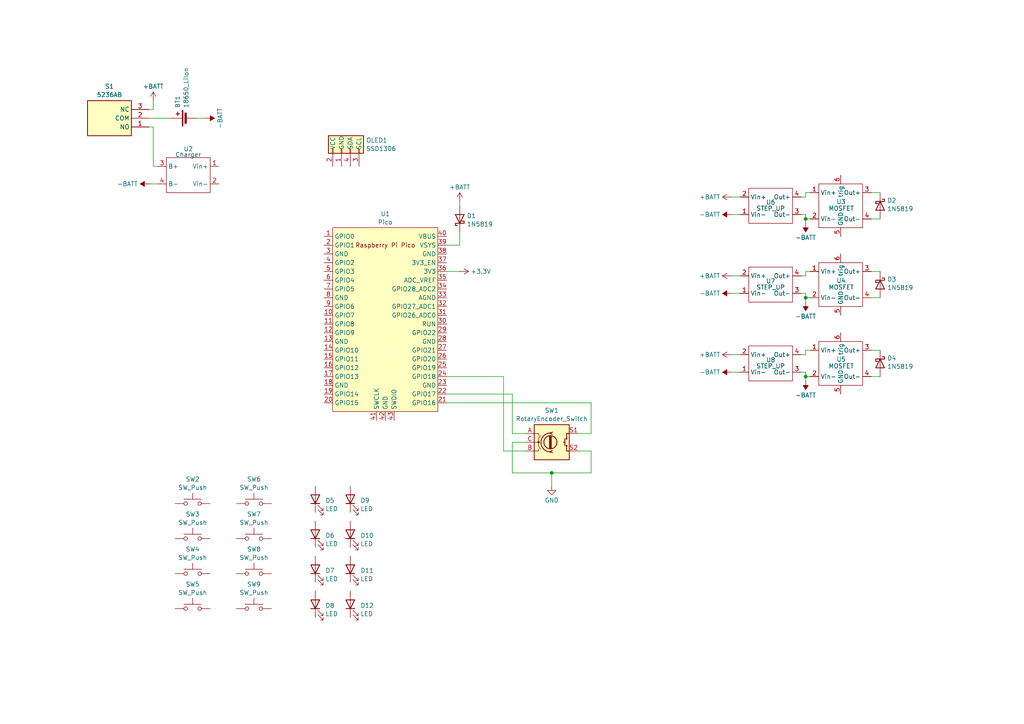
<source format=kicad_sch>
(kicad_sch (version 20231120) (generator "eeschema") (generator_version "8.0")
  (paper "A4")
  (title_block (title "LARS V2") (date "2024-04-01") (rev "1") (comment 1 "https://git.xythobuz.de/thomas/drumkit") (comment 2 "Licensed under the CERN-OHL-S-2.0+") (comment 4 "Copyright (c) 2024 Thomas Buck, Kauzerei"))
  (lib_symbols
    (symbol "5236ab:5236AB"
      (property "Reference" "S1" (at 11.43 -11.7645 0))
      (property "Value" "5236AB" (at 11.43 -9.3402 0))
      (symbol "5236AB_1_1"
        (rectangle (start 5.08 2.54) (end 17.78 -7.62) (stroke (width 0.254)) (fill (type background)))
        (pin passive line (at 0 0 0) (length 5.08) (name "NO") (number "1"))
        (pin passive line (at 0 -2.54 0) (length 5.08) (name "COM") (number "2"))
        (pin passive line (at 0 -5.08 0) (length 5.08) (name "NC") (number "3"))
      )
    )
    (symbol "Device:Battery_Cell" (pin_numbers hide) (pin_names (offset 0) hide)
      (property "Reference" "BT" (at 2.54 2.54 0))
      (property "Value" "Battery_Cell" (at 2.54 0 0))
      (symbol "Battery_Cell_0_1"
        (rectangle (start -2.286 1.778) (end 2.286 1.524) (fill (type outline)))
        (rectangle (start -1.524 1.016) (end 1.524 0.508) (fill (type outline)))
        (polyline (pts (xy 0 0.762) (xy 0 0)))
        (polyline (pts (xy 0 1.778) (xy 0 2.54)))
        (polyline (pts (xy 0.762 3.048) (xy 1.778 3.048)) (stroke (width 0.254)))
        (polyline (pts (xy 1.27 3.556) (xy 1.27 2.54)) (stroke (width 0.254)))
      )
      (symbol "Battery_Cell_1_1"
        (pin passive line (at 0 5.08 270) (length 2.54) (name "+") (number "1"))
        (pin passive line (at 0 -2.54 90) (length 2.54) (name "-") (number "2"))
      )
    )
    (symbol "Device:LED" (pin_numbers hide) (pin_names (offset 1.016) hide)
      (property "Reference" "D" (at 0 2.54 0))
      (property "Value" "LED" (at 0 -2.54 0))
      (symbol "LED_0_1"
        (polyline (pts (xy -1.27 -1.27) (xy -1.27 1.27)) (stroke (width 0.254)))
        (polyline (pts (xy -1.27 0) (xy 1.27 0)))
        (polyline (pts (xy 1.27 -1.27) (xy 1.27 1.27) (xy -1.27 0) (xy 1.27 -1.27)) (stroke (width 0.254)))
        (polyline (pts (xy -3.048 -0.762) (xy -4.572 -2.286) (xy -3.81 -2.286) (xy -4.572 -2.286) (xy -4.572 -1.524)))
        (polyline (pts (xy -1.778 -0.762) (xy -3.302 -2.286) (xy -2.54 -2.286) (xy -3.302 -2.286) (xy -3.302 -1.524)))
      )
      (symbol "LED_1_1"
        (pin passive line (at -3.81 0 0) (length 2.54) (name "K") (number "1"))
        (pin passive line (at 3.81 0 180) (length 2.54) (name "A") (number "2"))
      )
    )
    (symbol "Device:RotaryEncoder_Switch" (pin_names (offset 0.254) hide)
      (property "Reference" "SW" (at 0 6.604 0))
      (property "Value" "RotaryEncoder_Switch" (at 0 -6.604 0))
      (symbol "RotaryEncoder_Switch_0_1"
        (rectangle (start -5.08 5.08) (end 5.08 -5.08) (stroke (width 0.254)) (fill (type background)))
        (circle (center -3.81 0) (radius 0.254) (fill (type outline)))
        (circle (center -0.381 0) (radius 1.905) (stroke (width 0.254)))
        (arc (start -0.381 2.667) (mid -3.0988 -0.0635) (end -0.381 -2.794) (stroke (width 0.254)))
        (polyline (pts (xy -0.635 -1.778) (xy -0.635 1.778)) (stroke (width 0.254)))
        (polyline (pts (xy -0.381 -1.778) (xy -0.381 1.778)) (stroke (width 0.254)))
        (polyline (pts (xy -0.127 1.778) (xy -0.127 -1.778)) (stroke (width 0.254)))
        (polyline (pts (xy 3.81 0) (xy 3.429 0)) (stroke (width 0.254)))
        (polyline (pts (xy 3.81 1.016) (xy 3.81 -1.016)) (stroke (width 0.254)))
        (polyline (pts (xy -5.08 -2.54) (xy -3.81 -2.54) (xy -3.81 -2.032)))
        (polyline (pts (xy -5.08 2.54) (xy -3.81 2.54) (xy -3.81 2.032)))
        (polyline (pts (xy 0.254 -3.048) (xy -0.508 -2.794) (xy 0.127 -2.413)) (stroke (width 0.254)))
        (polyline (pts (xy 0.254 2.921) (xy -0.508 2.667) (xy 0.127 2.286)) (stroke (width 0.254)))
        (polyline (pts (xy 5.08 -2.54) (xy 4.318 -2.54) (xy 4.318 -1.016)) (stroke (width 0.254)))
        (polyline (pts (xy 5.08 2.54) (xy 4.318 2.54) (xy 4.318 1.016)) (stroke (width 0.254)))
        (polyline (pts (xy -5.08 0) (xy -3.81 0) (xy -3.81 -1.016) (xy -3.302 -2.032)))
        (polyline (pts (xy -4.318 0) (xy -3.81 0) (xy -3.81 1.016) (xy -3.302 2.032)))
        (circle (center 4.318 -1.016) (radius 0.127) (stroke (width 0.254)))
        (circle (center 4.318 1.016) (radius 0.127) (stroke (width 0.254)))
      )
      (symbol "RotaryEncoder_Switch_1_1"
        (pin passive line (at -7.62 2.54 0) (length 2.54) (name "A") (number "A"))
        (pin passive line (at -7.62 -2.54 0) (length 2.54) (name "B") (number "B"))
        (pin passive line (at -7.62 0 0) (length 2.54) (name "C") (number "C"))
        (pin passive line (at 7.62 2.54 180) (length 2.54) (name "S1") (number "S1"))
        (pin passive line (at 7.62 -2.54 180) (length 2.54) (name "S2") (number "S2"))
      )
    )
    (symbol "Diode:1N5819" (pin_numbers hide) (pin_names (offset 1.016) hide)
      (property "Reference" "D" (at 0 2.54 0))
      (property "Value" "1N5819" (at 0 -2.54 0))
      (symbol "1N5819_0_1"
        (polyline (pts (xy 1.27 0) (xy -1.27 0)))
        (polyline (pts (xy 1.27 1.27) (xy 1.27 -1.27) (xy -1.27 0) (xy 1.27 1.27)) (stroke (width 0.254)))
        (polyline (pts (xy -1.905 0.635) (xy -1.905 1.27) (xy -1.27 1.27) (xy -1.27 -1.27) (xy -0.635 -1.27) (xy -0.635 -0.635)) (stroke (width 0.254)))
      )
      (symbol "1N5819_1_1"
        (pin passive line (at -3.81 0 0) (length 2.54) (name "K") (number "1"))
        (pin passive line (at 3.81 0 180) (length 2.54) (name "A") (number "2"))
      )
    )
    (symbol "KiCad-RP-Pico:Pico"
      (property "Reference" "U" (at -13.97 27.94 0))
      (property "Value" "Pico" (at 0 19.05 0))
      (symbol "Pico_0_0"
        (text "Raspberry Pi Pico" (at 0 21.59 0) (effects (font (size 1.27 1.27))))
      )
      (symbol "Pico_0_1"
        (rectangle (start -15.24 26.67) (end 15.24 -26.67) (fill (type background)))
      )
      (symbol "Pico_1_1"
        (pin bidirectional line (at -17.78 24.13 0) (length 2.54) (name "GPIO0") (number "1"))
        (pin bidirectional line (at -17.78 1.27 0) (length 2.54) (name "GPIO7") (number "10"))
        (pin bidirectional line (at -17.78 -1.27 0) (length 2.54) (name "GPIO8") (number "11"))
        (pin bidirectional line (at -17.78 -3.81 0) (length 2.54) (name "GPIO9") (number "12"))
        (pin power_in line (at -17.78 -6.35 0) (length 2.54) (name "GND") (number "13"))
        (pin bidirectional line (at -17.78 -8.89 0) (length 2.54) (name "GPIO10") (number "14"))
        (pin bidirectional line (at -17.78 -11.43 0) (length 2.54) (name "GPIO11") (number "15"))
        (pin bidirectional line (at -17.78 -13.97 0) (length 2.54) (name "GPIO12") (number "16"))
        (pin bidirectional line (at -17.78 -16.51 0) (length 2.54) (name "GPIO13") (number "17"))
        (pin power_in line (at -17.78 -19.05 0) (length 2.54) (name "GND") (number "18"))
        (pin bidirectional line (at -17.78 -21.59 0) (length 2.54) (name "GPIO14") (number "19"))
        (pin bidirectional line (at -17.78 21.59 0) (length 2.54) (name "GPIO1") (number "2"))
        (pin bidirectional line (at -17.78 -24.13 0) (length 2.54) (name "GPIO15") (number "20"))
        (pin bidirectional line (at 17.78 -24.13 180) (length 2.54) (name "GPIO16") (number "21"))
        (pin bidirectional line (at 17.78 -21.59 180) (length 2.54) (name "GPIO17") (number "22"))
        (pin power_in line (at 17.78 -19.05 180) (length 2.54) (name "GND") (number "23"))
        (pin bidirectional line (at 17.78 -16.51 180) (length 2.54) (name "GPIO18") (number "24"))
        (pin bidirectional line (at 17.78 -13.97 180) (length 2.54) (name "GPIO19") (number "25"))
        (pin bidirectional line (at 17.78 -11.43 180) (length 2.54) (name "GPIO20") (number "26"))
        (pin bidirectional line (at 17.78 -8.89 180) (length 2.54) (name "GPIO21") (number "27"))
        (pin power_in line (at 17.78 -6.35 180) (length 2.54) (name "GND") (number "28"))
        (pin bidirectional line (at 17.78 -3.81 180) (length 2.54) (name "GPIO22") (number "29"))
        (pin power_in line (at -17.78 19.05 0) (length 2.54) (name "GND") (number "3"))
        (pin input line (at 17.78 -1.27 180) (length 2.54) (name "RUN") (number "30"))
        (pin bidirectional line (at 17.78 1.27 180) (length 2.54) (name "GPIO26_ADC0") (number "31"))
        (pin bidirectional line (at 17.78 3.81 180) (length 2.54) (name "GPIO27_ADC1") (number "32"))
        (pin power_in line (at 17.78 6.35 180) (length 2.54) (name "AGND") (number "33"))
        (pin bidirectional line (at 17.78 8.89 180) (length 2.54) (name "GPIO28_ADC2") (number "34"))
        (pin input line (at 17.78 11.43 180) (length 2.54) (name "ADC_VREF") (number "35"))
        (pin power_out line (at 17.78 13.97 180) (length 2.54) (name "3V3") (number "36"))
        (pin input line (at 17.78 16.51 180) (length 2.54) (name "3V3_EN") (number "37"))
        (pin power_in line (at 17.78 19.05 180) (length 2.54) (name "GND") (number "38"))
        (pin power_in line (at 17.78 21.59 180) (length 2.54) (name "VSYS") (number "39"))
        (pin bidirectional line (at -17.78 16.51 0) (length 2.54) (name "GPIO2") (number "4"))
        (pin power_in line (at 17.78 24.13 180) (length 2.54) (name "VBUS") (number "40"))
        (pin input line (at -2.54 -29.21 90) (length 2.54) (name "SWCLK") (number "41"))
        (pin power_in line (at 0 -29.21 90) (length 2.54) (name "GND") (number "42"))
        (pin bidirectional line (at 2.54 -29.21 90) (length 2.54) (name "SWDIO") (number "43"))
        (pin bidirectional line (at -17.78 13.97 0) (length 2.54) (name "GPIO3") (number "5"))
        (pin bidirectional line (at -17.78 11.43 0) (length 2.54) (name "GPIO4") (number "6"))
        (pin bidirectional line (at -17.78 8.89 0) (length 2.54) (name "GPIO5") (number "7"))
        (pin power_in line (at -17.78 6.35 0) (length 2.54) (name "GND") (number "8"))
        (pin bidirectional line (at -17.78 3.81 0) (length 2.54) (name "GPIO6") (number "9"))
      )
    )
    (symbol "Switch:SW_Push" (pin_numbers hide) (pin_names (offset 1.016) hide)
      (property "Reference" "SW" (at 1.27 2.54 0))
      (property "Value" "SW_Push" (at 0 -1.524 0))
      (symbol "SW_Push_0_1"
        (circle (center -2.032 0) (radius 0.508))
        (polyline (pts (xy 0 1.27) (xy 0 3.048)))
        (polyline (pts (xy 2.54 1.27) (xy -2.54 1.27)))
        (circle (center 2.032 0) (radius 0.508))
        (pin passive line (at -5.08 0 0) (length 2.54) (name "1") (number "1"))
        (pin passive line (at 5.08 0 180) (length 2.54) (name "2") (number "2"))
      )
    )
    (symbol "chinese_modules:charger"
      (property "Reference" "U" (at 0 0 0))
      (symbol "charger_0_1"
        (rectangle (start -6.35 5.08) (end 6.35 -5.08))
      )
      (symbol "charger_1_1"
        (pin input line (at 8.89 2.54 180) (length 2.54) (name "Vin+") (number "1"))
        (pin input line (at 8.89 -2.54 180) (length 2.54) (name "Vin-") (number "2"))
        (pin input line (at -8.89 2.54 0) (length 2.54) (name "B+") (number "3"))
        (pin input line (at -8.89 -2.54 0) (length 2.54) (name "B-") (number "4"))
      )
    )
    (symbol "chinese_modules:dc-dc"
      (property "Reference" "U6" (at 0 1.016 0))
      (property "Value" "STEP_UP" (at 0 -0.762 0))
      (symbol "dc-dc_0_1"
        (rectangle (start -6.35 5.08) (end 6.35 -5.08))
      )
      (symbol "dc-dc_1_1"
        (pin power_in line (at -8.89 -2.54 0) (length 2.54) (name "Vin-") (number "1"))
        (pin power_in line (at -8.89 2.54 0) (length 2.54) (name "Vin+") (number "2"))
        (pin power_out line (at 8.89 -2.54 180) (length 2.54) (name "Out-") (number "3"))
        (pin power_out line (at 8.89 2.54 180) (length 2.54) (name "Out+") (number "4"))
      )
    )
    (symbol "chinese_modules:xy-mos"
      (property "Reference" "U3" (at -1.27 1.1734 0))
      (property "Value" "~" (at -0.508 -0.508 0))
      (symbol "xy-mos_0_1"
        (rectangle (start -6.35 6.35) (end 6.35 -6.35))
      )
      (symbol "xy-mos_1_1"
        (pin power_in line (at -8.89 3.81 0) (length 2.54) (name "Vin+") (number "1"))
        (pin power_in line (at -8.89 -3.81 0) (length 2.54) (name "Vin-") (number "2"))
        (pin power_out line (at 8.89 3.81 180) (length 2.54) (name "Out+") (number "3"))
        (pin power_out line (at 8.89 -3.81 180) (length 2.54) (name "Out-") (number "4"))
        (pin input line (at 0 -8.89 90) (length 2.54) (name "GND") (number "5"))
        (pin input line (at 0 8.89 270) (length 2.54) (name "trig") (number "6"))
      )
    )
    (symbol "dc-dc_1"
      (property "Reference" "U8" (at 0 1.016 0))
      (property "Value" "STEP_UP" (at 0 -0.762 0))
      (symbol "dc-dc_1_0_1"
        (rectangle (start -6.35 5.08) (end 6.35 -5.08))
      )
      (symbol "dc-dc_1_1_1"
        (pin power_in line (at -8.89 -2.54 0) (length 2.54) (name "Vin-") (number "1"))
        (pin power_in line (at -8.89 2.54 0) (length 2.54) (name "Vin+") (number "2"))
        (pin power_out line (at 8.89 -2.54 180) (length 2.54) (name "Out-") (number "3"))
        (pin power_out line (at 8.89 2.54 180) (length 2.54) (name "Out+") (number "4"))
      )
    )
    (symbol "dc-dc_2"
      (property "Reference" "U7" (at 0 1.016 0))
      (property "Value" "STEP_UP" (at 0 -0.762 0))
      (symbol "dc-dc_2_0_1"
        (rectangle (start -6.35 5.08) (end 6.35 -5.08))
      )
      (symbol "dc-dc_2_1_1"
        (pin power_in line (at -8.89 -2.54 0) (length 2.54) (name "Vin-") (number "1"))
        (pin power_in line (at -8.89 2.54 0) (length 2.54) (name "Vin+") (number "2"))
        (pin power_out line (at 8.89 -2.54 180) (length 2.54) (name "Out-") (number "3"))
        (pin power_out line (at 8.89 2.54 180) (length 2.54) (name "Out+") (number "4"))
      )
    )
    (symbol "power:+3.3V" (power) (pin_numbers hide) (pin_names (offset 0) hide)
      (property "Value" "+3.3V" (at 0 3.556 0))
      (symbol "+3.3V_0_1"
        (polyline (pts (xy -0.762 1.27) (xy 0 2.54)))
        (polyline (pts (xy 0 0) (xy 0 2.54)))
        (polyline (pts (xy 0 2.54) (xy 0.762 1.27)))
      )
      (symbol "+3.3V_1_1"
        (pin power_in line (at 0 0 90) (length 0) (name "~") (number "1"))
      )
    )
    (symbol "power:+BATT" (power) (pin_numbers hide) (pin_names (offset 0) hide)
      (property "Value" "+BATT" (at 0 3.556 0))
      (symbol "+BATT_0_1"
        (polyline (pts (xy -0.762 1.27) (xy 0 2.54)))
        (polyline (pts (xy 0 0) (xy 0 2.54)))
        (polyline (pts (xy 0 2.54) (xy 0.762 1.27)))
      )
      (symbol "+BATT_1_1"
        (pin power_in line (at 0 0 90) (length 0) (name "~") (number "1"))
      )
    )
    (symbol "power:-BATT" (power) (pin_numbers hide) (pin_names (offset 0) hide)
      (property "Value" "-BATT" (at 0 3.556 0))
      (symbol "-BATT_0_1"
        (polyline (pts (xy 0 0) (xy 0 2.54)))
        (polyline (pts (xy 0.762 1.27) (xy -0.762 1.27) (xy 0 2.54) (xy 0.762 1.27)) (fill (type outline)))
      )
      (symbol "-BATT_1_1"
        (pin power_in line (at 0 0 90) (length 0) (name "~") (number "1"))
      )
    )
    (symbol "power:GND" (power) (pin_numbers hide) (pin_names (offset 0) hide)
      (property "Value" "GND" (at 0 -3.81 0))
      (symbol "GND_0_1"
        (polyline (pts (xy 0 0) (xy 0 -1.27) (xy 1.27 -1.27) (xy 0 -2.54) (xy -1.27 -1.27) (xy 0 -1.27)))
      )
      (symbol "GND_1_1"
        (pin power_in line (at 0 0 270) (length 0) (name "~") (number "1"))
      )
    )
    (symbol "ssd1306:SSD1306" (pin_names (offset 1.016))
      (property "Reference" "OLED" (at 0 5.08 0))
      (property "Value" "SSD1306" (at 0 -7.62 0))
      (symbol "SSD1306_1_1"
        (rectangle (start -1.27 -4.953) (end 0 -5.207) (stroke (width 0.1524)))
        (rectangle (start -1.27 -2.413) (end 0 -2.667) (stroke (width 0.1524)))
        (rectangle (start -1.27 0.127) (end 0 -0.127) (stroke (width 0.1524)))
        (rectangle (start -1.27 2.667) (end 0 2.413) (stroke (width 0.1524)))
        (rectangle (start -1.27 3.81) (end 3.81 -6.35) (stroke (width 0.254)) (fill (type background)))
        (pin power_in line (at -5.08 0 0) (length 3.81) (name "GND") (number "1"))
        (pin power_in line (at -5.08 2.54 0) (length 3.81) (name "VCC") (number "2"))
        (pin input line (at -5.08 -5.08 0) (length 3.81) (name "SCL") (number "3"))
        (pin bidirectional line (at -5.08 -2.54 0) (length 3.81) (name "SDA") (number "4"))
      )
    )
  )
  (junction (at 233.68 86.36))
  (junction (at 160.02 137.16))
  (junction (at 233.68 63.5))
  (junction (at 233.68 109.22))
  (wire (pts (xy 171.45 130.81) (xy 167.64 130.81)))
  (wire (pts (xy 252.73 86.36) (xy 255.27 86.36)))
  (wire (pts (xy 233.68 63.5) (xy 233.68 64.77)))
  (wire (pts (xy 129.54 109.22) (xy 146.05 109.22)))
  (wire (pts (xy 232.41 62.23) (xy 233.68 62.23)))
  (wire (pts (xy 148.59 125.73) (xy 152.4 125.73)))
  (wire (pts (xy 233.68 62.23) (xy 233.68 63.5)))
  (wire (pts (xy 212.09 102.87) (xy 214.63 102.87)))
  (wire (pts (xy 233.68 109.22) (xy 233.68 110.49)))
  (wire (pts (xy 233.68 78.74) (xy 234.95 78.74)))
  (wire (pts (xy 232.41 85.09) (xy 233.68 85.09)))
  (wire (pts (xy 171.45 137.16) (xy 171.45 130.81)))
  (wire (pts (xy 129.54 78.74) (xy 133.35 78.74)))
  (wire (pts (xy 129.54 114.3) (xy 148.59 114.3)))
  (wire (pts (xy 252.73 78.74) (xy 255.27 78.74)))
  (wire (pts (xy 160.02 137.16) (xy 160.02 140.97)))
  (wire (pts (xy 252.73 55.88) (xy 255.27 55.88)))
  (wire (pts (xy 171.45 125.73) (xy 167.64 125.73)))
  (wire (pts (xy 232.41 102.87) (xy 233.68 102.87)))
  (wire (pts (xy 146.05 130.81) (xy 152.4 130.81)))
  (wire (pts (xy 57.15 34.29) (xy 59.69 34.29)))
  (wire (pts (xy 233.68 55.88) (xy 234.95 55.88)))
  (wire (pts (xy 212.09 107.95) (xy 214.63 107.95)))
  (wire (pts (xy 233.68 63.5) (xy 234.95 63.5)))
  (wire (pts (xy 233.68 101.6) (xy 234.95 101.6)))
  (wire (pts (xy 152.4 128.27) (xy 148.59 128.27)))
  (wire (pts (xy 44.45 36.83) (xy 44.45 48.26)))
  (wire (pts (xy 133.35 71.12) (xy 133.35 67.31)))
  (wire (pts (xy 232.41 80.01) (xy 233.68 80.01)))
  (wire (pts (xy 133.35 58.42) (xy 133.35 59.69)))
  (wire (pts (xy 252.73 63.5) (xy 255.27 63.5)))
  (wire (pts (xy 233.68 80.01) (xy 233.68 78.74)))
  (wire (pts (xy 212.09 80.01) (xy 214.63 80.01)))
  (wire (pts (xy 148.59 128.27) (xy 148.59 137.16)))
  (wire (pts (xy 160.02 137.16) (xy 171.45 137.16)))
  (wire (pts (xy 44.45 31.75) (xy 43.18 31.75)))
  (wire (pts (xy 233.68 57.15) (xy 233.68 55.88)))
  (wire (pts (xy 232.41 57.15) (xy 233.68 57.15)))
  (wire (pts (xy 233.68 85.09) (xy 233.68 86.36)))
  (wire (pts (xy 233.68 102.87) (xy 233.68 101.6)))
  (wire (pts (xy 233.68 86.36) (xy 233.68 87.63)))
  (wire (pts (xy 44.45 29.21) (xy 44.45 31.75)))
  (wire (pts (xy 44.45 48.26) (xy 45.72 48.26)))
  (wire (pts (xy 252.73 109.22) (xy 255.27 109.22)))
  (wire (pts (xy 233.68 109.22) (xy 234.95 109.22)))
  (wire (pts (xy 171.45 116.84) (xy 171.45 125.73)))
  (wire (pts (xy 212.09 85.09) (xy 214.63 85.09)))
  (wire (pts (xy 148.59 137.16) (xy 160.02 137.16)))
  (wire (pts (xy 148.59 114.3) (xy 148.59 125.73)))
  (wire (pts (xy 43.18 53.34) (xy 45.72 53.34)))
  (wire (pts (xy 233.68 86.36) (xy 234.95 86.36)))
  (wire (pts (xy 233.68 107.95) (xy 233.68 109.22)))
  (wire (pts (xy 129.54 116.84) (xy 171.45 116.84)))
  (wire (pts (xy 129.54 71.12) (xy 133.35 71.12)))
  (wire (pts (xy 146.05 109.22) (xy 146.05 130.81)))
  (wire (pts (xy 252.73 101.6) (xy 255.27 101.6)))
  (wire (pts (xy 44.45 36.83) (xy 43.18 36.83)))
  (wire (pts (xy 43.18 34.29) (xy 49.53 34.29)))
  (wire (pts (xy 212.09 57.15) (xy 214.63 57.15)))
  (wire (pts (xy 232.41 107.95) (xy 233.68 107.95)))
  (wire (pts (xy 212.09 62.23) (xy 214.63 62.23)))
  (symbol (lib_id "power:+BATT") (at 212.09 57.15 90) (unit 1)
    (property "Reference" "#PWR011" (effects (hide yes)))
    (property "Value" "+BATT" (at 208.915 57.15 90) (effects (justify left)))
    (property "Description" "Power symbol creates a global label with name \"+BATT\"" (effects (hide yes)))
  )
  (symbol (lib_id "Device:LED") (at 101.6 165.1 90) (unit 1)
    (property "Reference" "D11" (at 104.521 165.4753 90) (effects (justify right)))
    (property "Value" "LED" (at 104.521 167.8996 90) (effects (justify right)))
    (property "Footprint" "LED_THT:LED_D5.0mm" (effects (hide yes)))
    (property "Description" "Light emitting diode" (effects (hide yes)))
  )
  (symbol (lib_id "chinese_modules:xy-mos") (at 243.84 59.69 0) (unit 1)
    (property "Reference" "U3" (at 242.57 58.5166 0) (effects (justify left)))
    (property "Value" "MOSFET" (at 240.284 60.452 0) (effects (justify left)))
    (property "Footprint" "chinese_modules:xy-mos" (effects (hide yes)))
  )
  (symbol (lib_id "Diode:1N5819") (at 255.27 82.55 270) (unit 1)
    (property "Reference" "D3" (at 257.302 81.0203 90) (effects (justify left)))
    (property "Value" "1N5819" (at 257.302 83.4446 90) (effects (justify left)))
    (property "Footprint" "Diode_THT:D_DO-41_SOD81_P10.16mm_Horizontal" (effects (hide yes)))
    (property "Datasheet" "http://www.vishay.com/docs/88525/1n5817.pdf" (effects (hide yes)))
    (property "Description" "40V 1A Schottky Barrier Rectifier Diode, DO-41" (effects (hide yes)))
  )
  (symbol (lib_id "chinese_modules:dc-dc") (at 223.52 59.69 0) (unit 1)
    (property "Reference" "U6" (at 223.52 58.674 0))
    (property "Value" "STEP_UP" (at 223.52 60.452 0))
    (property "Footprint" "chinese_modules:dc-dc module" (effects (hide yes)))
  )
  (symbol (lib_id "Device:LED") (at 91.44 154.94 90) (unit 1)
    (property "Reference" "D6" (at 94.361 155.3153 90) (effects (justify right)))
    (property "Value" "LED" (at 94.361 157.7396 90) (effects (justify right)))
    (property "Footprint" "LED_THT:LED_D5.0mm" (effects (hide yes)))
    (property "Description" "Light emitting diode" (effects (hide yes)))
  )
  (symbol (lib_id "Switch:SW_Push") (at 55.88 156.21 0) (unit 1)
    (property "Reference" "SW3" (at 55.88 149.1445 0))
    (property "Value" "SW_Push" (at 55.88 151.5688 0))
    (property "Footprint" "Button_Switch_THT:SW_PUSH_6mm_H5mm" (effects (hide yes)))
    (property "Description" "Push button switch, generic, two pins" (effects (hide yes)))
  )
  (symbol (lib_id "ssd1306:SSD1306") (at 99.06 43.18 90) (unit 1)
    (property "Reference" "OLED1" (at 106.172 40.6978 90) (effects (justify right)))
    (property "Value" "SSD1306" (at 106.172 43.1221 90) (effects (justify right)))
    (property "Footprint" "ssd1306:SSD1306_0.96_Oled" (effects (hide yes)))
    (property "Description" "OLED 0.96 128x64 I2C" (effects (hide yes)))
  )
  (symbol (lib_id "power:-BATT") (at 233.68 87.63 180) (unit 1)
    (property "Reference" "#PWR014" (effects (hide yes)))
    (property "Value" "-BATT" (at 233.68 91.7631 0))
    (property "Description" "Power symbol creates a global label with name \"-BATT\"" (effects (hide yes)))
  )
  (symbol (lib_id "Switch:SW_Push") (at 73.66 156.21 0) (unit 1)
    (property "Reference" "SW7" (at 73.66 149.1445 0))
    (property "Value" "SW_Push" (at 73.66 151.5688 0))
    (property "Footprint" "Button_Switch_THT:SW_PUSH_6mm_H5mm" (effects (hide yes)))
    (property "Description" "Push button switch, generic, two pins" (effects (hide yes)))
  )
  (symbol (lib_id "Switch:SW_Push") (at 73.66 146.05 0) (unit 1)
    (property "Reference" "SW6" (at 73.66 138.9845 0))
    (property "Value" "SW_Push" (at 73.66 141.4088 0))
    (property "Footprint" "Button_Switch_THT:SW_PUSH_6mm_H5mm" (effects (hide yes)))
    (property "Description" "Push button switch, generic, two pins" (effects (hide yes)))
  )
  (symbol (lib_id "power:-BATT") (at 212.09 107.95 90) (unit 1)
    (property "Reference" "#PWR08" (effects (hide yes)))
    (property "Value" "-BATT" (at 208.915 107.95 90) (effects (justify left)))
    (property "Description" "Power symbol creates a global label with name \"-BATT\"" (effects (hide yes)))
  )
  (symbol (lib_name "dc-dc_1") (lib_id "chinese_modules:dc-dc") (at 223.52 105.41 0) (unit 1)
    (property "Reference" "U8" (at 223.52 104.394 0))
    (property "Value" "STEP_UP" (at 223.52 106.172 0))
    (property "Footprint" "chinese_modules:dc-dc module" (effects (hide yes)))
  )
  (symbol (lib_id "power:GND") (at 160.02 140.97 0) (unit 1)
    (property "Reference" "#PWR03" (effects (hide yes)))
    (property "Value" "GND" (at 160.02 145.1031 0))
    (property "Description" "Power symbol creates a global label with name \"GND\" , ground" (effects (hide yes)))
  )
  (symbol (lib_id "chinese_modules:charger") (at 54.61 50.8 0) (unit 1)
    (property "Reference" "U2" (at 54.61 43.1885 0))
    (property "Value" "Charger" (at 54.61 44.8699 0))
    (property "Footprint" "chinese_modules:charger" (effects (hide yes)))
  )
  (symbol (lib_id "power:-BATT") (at 212.09 62.23 90) (unit 1)
    (property "Reference" "#PWR010" (effects (hide yes)))
    (property "Value" "-BATT" (at 208.915 62.23 90) (effects (justify left)))
    (property "Description" "Power symbol creates a global label with name \"-BATT\"" (effects (hide yes)))
  )
  (symbol (lib_id "Device:LED") (at 101.6 144.78 90) (unit 1)
    (property "Reference" "D9" (at 104.521 145.1553 90) (effects (justify right)))
    (property "Value" "LED" (at 104.521 147.5796 90) (effects (justify right)))
    (property "Footprint" "LED_THT:LED_D5.0mm" (effects (hide yes)))
    (property "Description" "Light emitting diode" (effects (hide yes)))
  )
  (symbol (lib_id "power:-BATT") (at 233.68 110.49 180) (unit 1)
    (property "Reference" "#PWR016" (effects (hide yes)))
    (property "Value" "-BATT" (at 233.68 114.6231 0))
    (property "Description" "Power symbol creates a global label with name \"-BATT\"" (effects (hide yes)))
  )
  (symbol (lib_id "power:+BATT") (at 133.35 58.42 0) (unit 1)
    (property "Reference" "#PWR01" (effects (hide yes)))
    (property "Value" "+BATT" (at 133.35 54.2869 0))
    (property "Description" "Power symbol creates a global label with name \"+BATT\"" (effects (hide yes)))
  )
  (symbol (lib_id "Switch:SW_Push") (at 55.88 146.05 0) (unit 1)
    (property "Reference" "SW2" (at 55.88 138.9845 0))
    (property "Value" "SW_Push" (at 55.88 141.4088 0))
    (property "Footprint" "Button_Switch_THT:SW_PUSH_6mm_H5mm" (effects (hide yes)))
    (property "Description" "Push button switch, generic, two pins" (effects (hide yes)))
  )
  (symbol (lib_id "Device:LED") (at 101.6 154.94 90) (unit 1)
    (property "Reference" "D10" (at 104.521 155.3153 90) (effects (justify right)))
    (property "Value" "LED" (at 104.521 157.7396 90) (effects (justify right)))
    (property "Footprint" "LED_THT:LED_D5.0mm" (effects (hide yes)))
    (property "Description" "Light emitting diode" (effects (hide yes)))
  )
  (symbol (lib_id "chinese_modules:xy-mos") (at 243.84 82.55 0) (unit 1)
    (property "Reference" "U4" (at 242.57 81.3766 0) (effects (justify left)))
    (property "Value" "MOSFET" (at 240.284 83.312 0) (effects (justify left)))
    (property "Footprint" "chinese_modules:xy-mos" (effects (hide yes)))
  )
  (symbol (lib_id "Diode:1N5819") (at 255.27 59.69 270) (unit 1)
    (property "Reference" "D2" (at 257.302 58.1603 90) (effects (justify left)))
    (property "Value" "1N5819" (at 257.302 60.5846 90) (effects (justify left)))
    (property "Footprint" "Diode_THT:D_DO-41_SOD81_P10.16mm_Horizontal" (effects (hide yes)))
    (property "Datasheet" "http://www.vishay.com/docs/88525/1n5817.pdf" (effects (hide yes)))
    (property "Description" "40V 1A Schottky Barrier Rectifier Diode, DO-41" (effects (hide yes)))
  )
  (symbol (lib_id "power:+BATT") (at 212.09 80.01 90) (unit 1)
    (property "Reference" "#PWR012" (effects (hide yes)))
    (property "Value" "+BATT" (at 208.915 80.01 90) (effects (justify left)))
    (property "Description" "Power symbol creates a global label with name \"+BATT\"" (effects (hide yes)))
  )
  (symbol (lib_id "power:+BATT") (at 44.45 29.21 0) (unit 1)
    (property "Reference" "#PWR04" (effects (hide yes)))
    (property "Value" "+BATT" (at 44.45 25.0769 0))
    (property "Description" "Power symbol creates a global label with name \"+BATT\"" (effects (hide yes)))
  )
  (symbol (lib_id "Device:LED") (at 91.44 144.78 90) (unit 1)
    (property "Reference" "D5" (at 94.361 145.1553 90) (effects (justify right)))
    (property "Value" "LED" (at 94.361 147.5796 90) (effects (justify right)))
    (property "Footprint" "LED_THT:LED_D5.0mm" (effects (hide yes)))
    (property "Description" "Light emitting diode" (effects (hide yes)))
  )
  (symbol (lib_id "power:-BATT") (at 233.68 64.77 180) (unit 1)
    (property "Reference" "#PWR015" (effects (hide yes)))
    (property "Value" "-BATT" (at 233.68 68.9031 0))
    (property "Description" "Power symbol creates a global label with name \"-BATT\"" (effects (hide yes)))
  )
  (symbol (lib_id "Device:Battery_Cell") (at 54.61 34.29 90) (unit 1)
    (property "Reference" "BT1" (at 51.5563 31.369 0) (effects (justify left)))
    (property "Value" "18650_LiIon" (at 53.9806 31.369 0) (effects (justify left)))
    (property "Footprint" "Battery:BatteryHolder_Keystone_1042_1x18650" (effects (hide yes)))
    (property "Description" "Single-cell battery" (effects (hide yes)))
  )
  (symbol (lib_id "Diode:1N5819") (at 133.35 63.5 90) (unit 1)
    (property "Reference" "D1" (at 135.382 62.6053 90) (effects (justify right)))
    (property "Value" "1N5819" (at 135.382 65.0296 90) (effects (justify right)))
    (property "Footprint" "Diode_THT:D_DO-41_SOD81_P10.16mm_Horizontal" (effects (hide yes)))
    (property "Datasheet" "http://www.vishay.com/docs/88525/1n5817.pdf" (effects (hide yes)))
    (property "Description" "40V 1A Schottky Barrier Rectifier Diode, DO-41" (effects (hide yes)))
  )
  (symbol (lib_id "Device:LED") (at 91.44 175.26 90) (unit 1)
    (property "Reference" "D8" (at 94.361 175.6353 90) (effects (justify right)))
    (property "Value" "LED" (at 94.361 178.0596 90) (effects (justify right)))
    (property "Footprint" "LED_THT:LED_D5.0mm" (effects (hide yes)))
    (property "Description" "Light emitting diode" (effects (hide yes)))
  )
  (symbol (lib_id "5236ab:5236AB") (at 43.18 36.83 180) (unit 1)
    (property "Reference" "S1" (at 31.75 25.0655 0))
    (property "Value" "5236AB" (at 31.75 27.4898 0))
    (property "Footprint" "5236AB" (effects (hide yes)))
    (property "Datasheet" "https://datasheet.datasheetarchive.com/originals/dk/DKDS-29/572872.pdf" (effects (hide yes)))
    (property "Description" "SWITCH TOGGLE SPDT 6A 125V" (effects (hide yes)))
    (property "Height" "31.8" (effects (hide yes)))
    (property "Manufacturer_Name" "Apem" (effects (hide yes)))
    (property "Manufacturer_Part_Number" "5236AB" (effects (hide yes)))
  )
  (symbol (lib_id "power:-BATT") (at 43.18 53.34 90) (unit 1)
    (property "Reference" "#PWR06" (effects (hide yes)))
    (property "Value" "-BATT" (at 40.005 53.34 90) (effects (justify left)))
    (property "Description" "Power symbol creates a global label with name \"-BATT\"" (effects (hide yes)))
  )
  (symbol (lib_id "power:-BATT") (at 59.69 34.29 270) (unit 1)
    (property "Reference" "#PWR05" (effects (hide yes)))
    (property "Value" "-BATT" (at 63.8231 34.29 0))
    (property "Description" "Power symbol creates a global label with name \"-BATT\"" (effects (hide yes)))
  )
  (symbol (lib_id "Device:LED") (at 101.6 175.26 90) (unit 1)
    (property "Reference" "D12" (at 104.521 175.6353 90) (effects (justify right)))
    (property "Value" "LED" (at 104.521 178.0596 90) (effects (justify right)))
    (property "Footprint" "LED_THT:LED_D5.0mm" (effects (hide yes)))
    (property "Description" "Light emitting diode" (effects (hide yes)))
  )
  (symbol (lib_id "Device:LED") (at 91.44 165.1 90) (unit 1)
    (property "Reference" "D7" (at 94.361 165.4753 90) (effects (justify right)))
    (property "Value" "LED" (at 94.361 167.8996 90) (effects (justify right)))
    (property "Footprint" "LED_THT:LED_D5.0mm" (effects (hide yes)))
    (property "Description" "Light emitting diode" (effects (hide yes)))
  )
  (symbol (lib_id "KiCad-RP-Pico:Pico") (at 111.76 92.71 0) (unit 1)
    (property "Reference" "U1" (at 111.76 62.0225 0))
    (property "Value" "Pico" (at 111.76 64.4468 0))
    (property "Footprint" "KiCad-RP-Pico:RPi_Pico_SMD_only" (effects (hide yes)))
  )
  (symbol (lib_id "power:+3.3V") (at 133.35 78.74 270) (unit 1)
    (property "Reference" "#PWR02" (effects (hide yes)))
    (property "Value" "+3.3V" (at 136.525 78.74 90) (effects (justify left)))
    (property "Description" "Power symbol creates a global label with name \"+3.3V\"" (effects (hide yes)))
  )
  (symbol (lib_id "Device:RotaryEncoder_Switch") (at 160.02 128.27 0) (unit 1)
    (property "Reference" "SW1" (at 160.02 119.0455 0))
    (property "Value" "RotaryEncoder_Switch" (at 160.02 121.4698 0))
    (property "Footprint" "Rotary_Encoder:RotaryEncoder_Alps_EC12E-Switch_Vertical_H20mm_CircularMountingHoles" (effects (hide yes)))
    (property "Description" "Rotary encoder, dual channel, incremental quadrate outputs, with switch" (effects (hide yes)))
  )
  (symbol (lib_name "dc-dc_2") (lib_id "chinese_modules:dc-dc") (at 223.52 82.55 0) (unit 1)
    (property "Reference" "U7" (at 223.52 81.534 0))
    (property "Value" "STEP_UP" (at 223.52 83.312 0))
    (property "Footprint" "chinese_modules:dc-dc module" (effects (hide yes)))
  )
  (symbol (lib_id "Switch:SW_Push") (at 73.66 166.37 0) (unit 1)
    (property "Reference" "SW8" (at 73.66 159.3045 0))
    (property "Value" "SW_Push" (at 73.66 161.7288 0))
    (property "Footprint" "Button_Switch_THT:SW_PUSH_6mm_H5mm" (effects (hide yes)))
    (property "Description" "Push button switch, generic, two pins" (effects (hide yes)))
  )
  (symbol (lib_id "Switch:SW_Push") (at 73.66 176.53 0) (unit 1)
    (property "Reference" "SW9" (at 73.66 169.4645 0))
    (property "Value" "SW_Push" (at 73.66 171.8888 0))
    (property "Footprint" "Button_Switch_THT:SW_PUSH_6mm_H5mm" (effects (hide yes)))
    (property "Description" "Push button switch, generic, two pins" (effects (hide yes)))
  )
  (symbol (lib_id "Diode:1N5819") (at 255.27 105.41 270) (unit 1)
    (property "Reference" "D4" (at 257.302 103.8803 90) (effects (justify left)))
    (property "Value" "1N5819" (at 257.302 106.3046 90) (effects (justify left)))
    (property "Footprint" "Diode_THT:D_DO-41_SOD81_P10.16mm_Horizontal" (effects (hide yes)))
    (property "Datasheet" "http://www.vishay.com/docs/88525/1n5817.pdf" (effects (hide yes)))
    (property "Description" "40V 1A Schottky Barrier Rectifier Diode, DO-41" (effects (hide yes)))
  )
  (symbol (lib_id "power:+BATT") (at 212.09 102.87 90) (unit 1)
    (property "Reference" "#PWR013" (effects (hide yes)))
    (property "Value" "+BATT" (at 208.915 102.87 90) (effects (justify left)))
    (property "Description" "Power symbol creates a global label with name \"+BATT\"" (effects (hide yes)))
  )
  (symbol (lib_id "Switch:SW_Push") (at 55.88 176.53 0) (unit 1)
    (property "Reference" "SW5" (at 55.88 169.4645 0))
    (property "Value" "SW_Push" (at 55.88 171.8888 0))
    (property "Footprint" "Button_Switch_THT:SW_PUSH_6mm_H5mm" (effects (hide yes)))
    (property "Description" "Push button switch, generic, two pins" (effects (hide yes)))
  )
  (symbol (lib_id "power:-BATT") (at 212.09 85.09 90) (unit 1)
    (property "Reference" "#PWR09" (effects (hide yes)))
    (property "Value" "-BATT" (at 208.915 85.09 90) (effects (justify left)))
    (property "Description" "Power symbol creates a global label with name \"-BATT\"" (effects (hide yes)))
  )
  (symbol (lib_id "chinese_modules:xy-mos") (at 243.84 105.41 0) (unit 1)
    (property "Reference" "U5" (at 242.57 104.2366 0) (effects (justify left)))
    (property "Value" "MOSFET" (at 240.284 106.172 0) (effects (justify left)))
    (property "Footprint" "chinese_modules:xy-mos" (effects (hide yes)))
  )
  (symbol (lib_id "Switch:SW_Push") (at 55.88 166.37 0) (unit 1)
    (property "Reference" "SW4" (at 55.88 159.3045 0))
    (property "Value" "SW_Push" (at 55.88 161.7288 0))
    (property "Footprint" "Button_Switch_THT:SW_PUSH_6mm_H5mm" (effects (hide yes)))
    (property "Description" "Push button switch, generic, two pins" (effects (hide yes)))
  )
)
</source>
